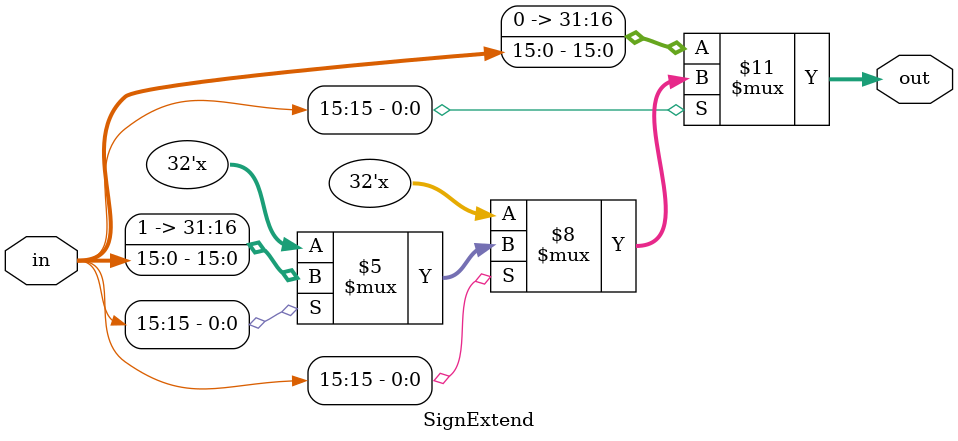
<source format=v>
`timescale 1ns/1ps
module SignExtend (
  input [15:0] in,
  output reg [31:0] out
  );

always @(*) begin
  if (in[15]==0) begin
    out={16'b0000000000000000,in};
  end
  else if (in[15]==1) begin
    out={16'b1111111111111111,in};
  end
end
  
endmodule
</source>
